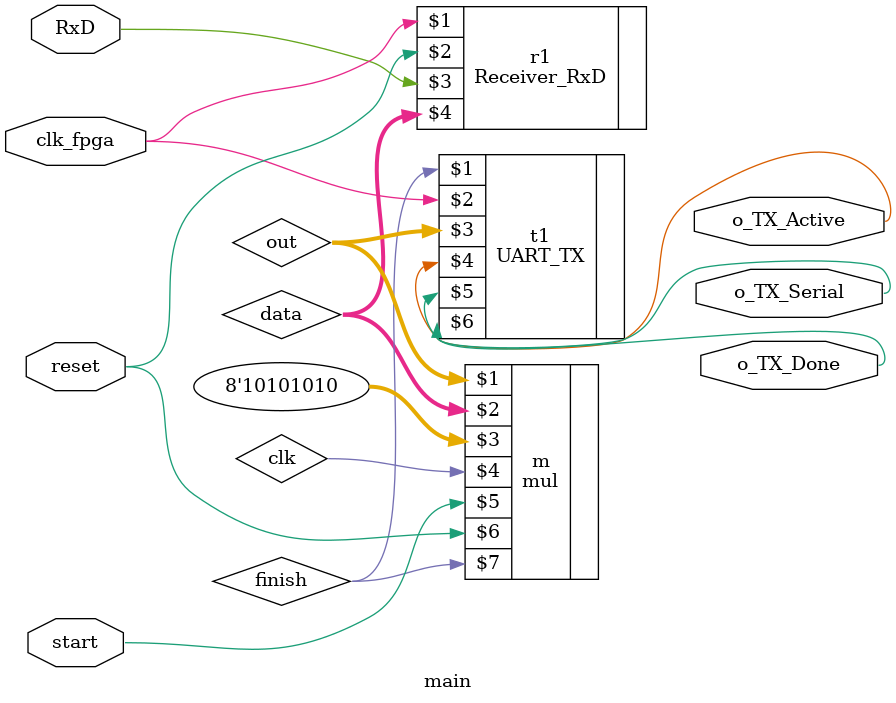
<source format=v>
`timescale 1ns / 1ps


module main(
input clk_fpga, //100100MHz FPGA Basys 3 Board Clock
input reset, //reset button
input RxD, //input signal wire
input start,
 output   o_TX_Active,
 output   o_TX_Serial,
 output   o_TX_Done
);
wire [7:0]data;
wire [15:0]out;
//wire [15:0]mul=data*5;
UART_TX t1(finish,clk_fpga,out, o_TX_Active,o_TX_Serial,o_TX_Done);
mul m(out,data,8'b10101010,clk,start,reset,finish);
Receiver_RxD r1(clk_fpga,reset,RxD,data);
endmodule

</source>
